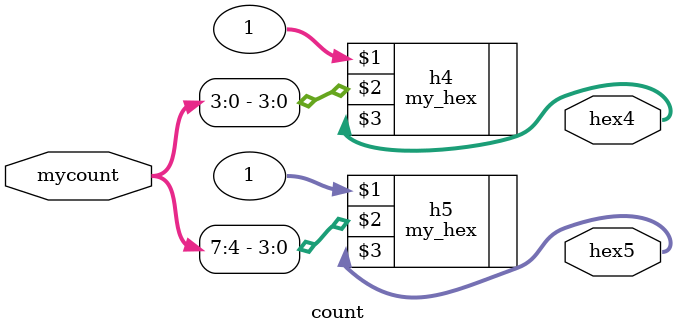
<source format=v>
module count(mycount, hex4, hex5);
	input [7:0]mycount;
	output reg [6:0]hex4, hex5;
	
	my_hex h4(1, mycount[3:0], hex4);
	my_hex h5(1, mycount[7:4], hex5);
	
endmodule

</source>
